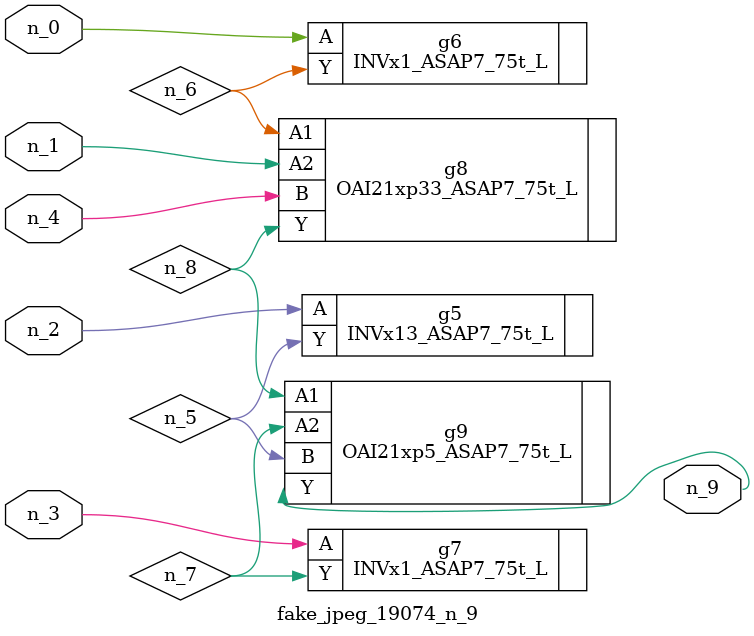
<source format=v>
module fake_jpeg_19074_n_9 (n_3, n_2, n_1, n_0, n_4, n_9);

input n_3;
input n_2;
input n_1;
input n_0;
input n_4;

output n_9;

wire n_8;
wire n_6;
wire n_5;
wire n_7;

INVx13_ASAP7_75t_L g5 ( 
.A(n_2),
.Y(n_5)
);

INVx1_ASAP7_75t_L g6 ( 
.A(n_0),
.Y(n_6)
);

INVx1_ASAP7_75t_L g7 ( 
.A(n_3),
.Y(n_7)
);

OAI21xp33_ASAP7_75t_L g8 ( 
.A1(n_6),
.A2(n_1),
.B(n_4),
.Y(n_8)
);

OAI21xp5_ASAP7_75t_L g9 ( 
.A1(n_8),
.A2(n_7),
.B(n_5),
.Y(n_9)
);


endmodule
</source>
